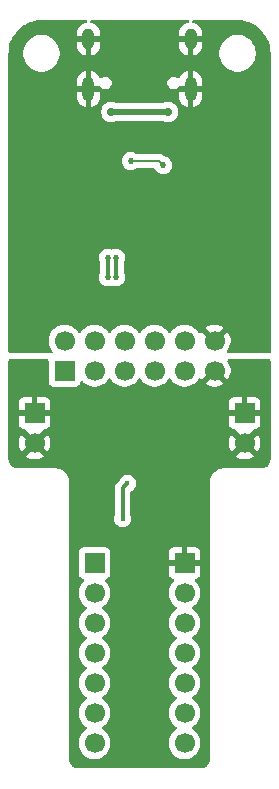
<source format=gbl>
%TF.GenerationSoftware,KiCad,Pcbnew,9.0.1*%
%TF.CreationDate,2025-04-18T18:53:21-04:00*%
%TF.ProjectId,attinyx14_dev,61747469-6e79-4783-9134-5f6465762e6b,rev?*%
%TF.SameCoordinates,Original*%
%TF.FileFunction,Copper,L2,Bot*%
%TF.FilePolarity,Positive*%
%FSLAX46Y46*%
G04 Gerber Fmt 4.6, Leading zero omitted, Abs format (unit mm)*
G04 Created by KiCad (PCBNEW 9.0.1) date 2025-04-18 18:53:21*
%MOMM*%
%LPD*%
G01*
G04 APERTURE LIST*
%TA.AperFunction,ComponentPad*%
%ADD10R,1.700000X1.700000*%
%TD*%
%TA.AperFunction,ComponentPad*%
%ADD11C,1.700000*%
%TD*%
%TA.AperFunction,ComponentPad*%
%ADD12O,1.000000X2.100000*%
%TD*%
%TA.AperFunction,ComponentPad*%
%ADD13O,1.000000X1.800000*%
%TD*%
%TA.AperFunction,ViaPad*%
%ADD14C,0.720000*%
%TD*%
%TA.AperFunction,ViaPad*%
%ADD15C,0.800000*%
%TD*%
%TA.AperFunction,ViaPad*%
%ADD16C,0.520000*%
%TD*%
%TA.AperFunction,ViaPad*%
%ADD17C,0.450000*%
%TD*%
%TA.AperFunction,Conductor*%
%ADD18C,0.300000*%
%TD*%
%TA.AperFunction,Conductor*%
%ADD19C,0.500000*%
%TD*%
%TA.AperFunction,Conductor*%
%ADD20C,0.200000*%
%TD*%
G04 APERTURE END LIST*
D10*
%TO.P,J4,1,Pin_1*%
%TO.N,+5VA*%
X5955000Y-30875000D03*
D11*
%TO.P,J4,2,Pin_2*%
%TO.N,+5V*%
X5955000Y-28335000D03*
%TO.P,J4,3,Pin_3*%
%TO.N,/PB3*%
X8495000Y-30875000D03*
%TO.P,J4,4,Pin_4*%
%TO.N,/TX*%
X8495000Y-28335000D03*
%TO.P,J4,5,Pin_5*%
%TO.N,/PB2*%
X11035000Y-30875000D03*
%TO.P,J4,6,Pin_6*%
%TO.N,/RX*%
X11035000Y-28335000D03*
%TO.P,J4,7,Pin_7*%
%TO.N,/PA0*%
X13575000Y-30875000D03*
%TO.P,J4,8,Pin_8*%
%TO.N,/UPDI*%
X13575000Y-28335000D03*
%TO.P,J4,9,Pin_9*%
%TO.N,/PA3*%
X16115000Y-30875000D03*
%TO.P,J4,10,Pin_10*%
%TO.N,/LED*%
X16115000Y-28335000D03*
%TO.P,J4,11,Pin_11*%
%TO.N,GND1*%
X18655000Y-30875000D03*
%TO.P,J4,12,Pin_12*%
%TO.N,GND*%
X18655000Y-28335000D03*
%TD*%
D12*
%TO.P,J1,S1,SHIELD*%
%TO.N,GND*%
X16620000Y-7025000D03*
D13*
X16620000Y-2825000D03*
D12*
X7980000Y-7025000D03*
D13*
X7980000Y-2825000D03*
%TD*%
D10*
%TO.P,J3,1,Pin_1*%
%TO.N,GND1*%
X16110000Y-47160000D03*
D11*
%TO.P,J3,2,Pin_2*%
%TO.N,/PA3*%
X16110000Y-49700000D03*
%TO.P,J3,3,Pin_3*%
%TO.N,/PA2*%
X16110000Y-52240000D03*
%TO.P,J3,4,Pin_4*%
%TO.N,/PA1*%
X16110000Y-54780000D03*
%TO.P,J3,5,Pin_5*%
%TO.N,/PA0*%
X16110000Y-57320000D03*
%TO.P,J3,6,Pin_6*%
%TO.N,/PB0*%
X16110000Y-59860000D03*
%TO.P,J3,7,Pin_7*%
%TO.N,/PB1*%
X16110000Y-62400000D03*
%TD*%
D10*
%TO.P,J6,1,Pin_1*%
%TO.N,GND1*%
X21190000Y-34460000D03*
D11*
%TO.P,J6,2,Pin_2*%
X21190000Y-37000000D03*
%TD*%
D10*
%TO.P,J2,1,Pin_1*%
%TO.N,+5VA*%
X8490000Y-47160000D03*
D11*
%TO.P,J2,2,Pin_2*%
%TO.N,/PA4*%
X8490000Y-49700000D03*
%TO.P,J2,3,Pin_3*%
%TO.N,/PA5*%
X8490000Y-52240000D03*
%TO.P,J2,4,Pin_4*%
%TO.N,/PA6*%
X8490000Y-54780000D03*
%TO.P,J2,5,Pin_5*%
%TO.N,/PA7*%
X8490000Y-57320000D03*
%TO.P,J2,6,Pin_6*%
%TO.N,/PB3*%
X8490000Y-59860000D03*
%TO.P,J2,7,Pin_7*%
%TO.N,/PB2*%
X8490000Y-62400000D03*
%TD*%
D10*
%TO.P,J5,1,Pin_1*%
%TO.N,GND1*%
X3410000Y-34460000D03*
D11*
%TO.P,J5,2,Pin_2*%
X3410000Y-37000000D03*
%TD*%
D14*
%TO.N,GND*%
X13650000Y-22880000D03*
D15*
X12310000Y-17437500D03*
X11310000Y-17437500D03*
D14*
X5230000Y-15300000D03*
X8600000Y-8870000D03*
X5230000Y-13580000D03*
X19420000Y-21050000D03*
X3200000Y-10690000D03*
X15500000Y-13020000D03*
D15*
X13310000Y-17437500D03*
D14*
X15500000Y-14740000D03*
X15510000Y-11320000D03*
X16000000Y-8870000D03*
%TO.N,GND1*%
X7370000Y-37700000D03*
X16460000Y-35000000D03*
D16*
%TO.N,/TX*%
X9610000Y-22970000D03*
X9610000Y-21310000D03*
%TO.N,/RX*%
X10310000Y-21310000D03*
X10310000Y-22970000D03*
D14*
%TO.N,Net-(F1-Pad1)*%
X9910000Y-8960000D03*
X14700000Y-8960000D03*
D16*
%TO.N,/UD+*%
X11540205Y-13109795D03*
X14310000Y-13480000D03*
D17*
%TO.N,/PA4*%
X11282035Y-40410000D03*
X10865000Y-43400000D03*
%TD*%
D18*
%TO.N,/TX*%
X9610000Y-21310000D02*
X9610000Y-22970000D01*
%TO.N,/RX*%
X10310000Y-21310000D02*
X10310000Y-22970000D01*
D19*
%TO.N,Net-(F1-Pad1)*%
X9910000Y-8960000D02*
X14700000Y-8960000D01*
D20*
%TO.N,/UD+*%
X11540205Y-13109795D02*
X13939795Y-13109795D01*
X13939795Y-13109795D02*
X14310000Y-13480000D01*
D18*
%TO.N,/PA4*%
X10865000Y-43400000D02*
X10865000Y-40815000D01*
X10865000Y-40815000D02*
X11270000Y-40410000D01*
X11270000Y-40410000D02*
X11282035Y-40410000D01*
%TD*%
%TA.AperFunction,Conductor*%
%TO.N,GND*%
G36*
X7818196Y-1220184D02*
G01*
X7863951Y-1272988D01*
X7873895Y-1342146D01*
X7844870Y-1405702D01*
X7786092Y-1443476D01*
X7775348Y-1446116D01*
X7688318Y-1463427D01*
X7688306Y-1463430D01*
X7506328Y-1538807D01*
X7506315Y-1538814D01*
X7342537Y-1648248D01*
X7342533Y-1648251D01*
X7203251Y-1787533D01*
X7203248Y-1787537D01*
X7093814Y-1951315D01*
X7093807Y-1951328D01*
X7018430Y-2133306D01*
X7018427Y-2133318D01*
X6980000Y-2326504D01*
X6980000Y-2575000D01*
X7680000Y-2575000D01*
X7680000Y-3075000D01*
X6980000Y-3075000D01*
X6980000Y-3323495D01*
X7018427Y-3516681D01*
X7018430Y-3516693D01*
X7093807Y-3698671D01*
X7093814Y-3698684D01*
X7203248Y-3862462D01*
X7203251Y-3862466D01*
X7342533Y-4001748D01*
X7342537Y-4001751D01*
X7506315Y-4111185D01*
X7506328Y-4111192D01*
X7688308Y-4186569D01*
X7730000Y-4194862D01*
X7730000Y-3391988D01*
X7739940Y-3409205D01*
X7795795Y-3465060D01*
X7864204Y-3504556D01*
X7940504Y-3525000D01*
X8019496Y-3525000D01*
X8095796Y-3504556D01*
X8164205Y-3465060D01*
X8220060Y-3409205D01*
X8230000Y-3391988D01*
X8230000Y-4194862D01*
X8271690Y-4186569D01*
X8271692Y-4186569D01*
X8453671Y-4111192D01*
X8453684Y-4111185D01*
X8617462Y-4001751D01*
X8617466Y-4001748D01*
X8756748Y-3862466D01*
X8756751Y-3862462D01*
X8866185Y-3698684D01*
X8866192Y-3698671D01*
X8941569Y-3516693D01*
X8941572Y-3516681D01*
X8979999Y-3323495D01*
X8980000Y-3323492D01*
X8980000Y-3075000D01*
X8280000Y-3075000D01*
X8280000Y-2575000D01*
X8980000Y-2575000D01*
X8980000Y-2326508D01*
X8979999Y-2326504D01*
X8941572Y-2133318D01*
X8941569Y-2133306D01*
X8866192Y-1951328D01*
X8866185Y-1951315D01*
X8756751Y-1787537D01*
X8756748Y-1787533D01*
X8617466Y-1648251D01*
X8617462Y-1648248D01*
X8453684Y-1538814D01*
X8453671Y-1538807D01*
X8271693Y-1463430D01*
X8271681Y-1463427D01*
X8184652Y-1446116D01*
X8122741Y-1413732D01*
X8088167Y-1353016D01*
X8091906Y-1283246D01*
X8132772Y-1226574D01*
X8197790Y-1200993D01*
X8208843Y-1200499D01*
X16391157Y-1200499D01*
X16458196Y-1220184D01*
X16503951Y-1272988D01*
X16513895Y-1342146D01*
X16484870Y-1405702D01*
X16426092Y-1443476D01*
X16415348Y-1446116D01*
X16328318Y-1463427D01*
X16328306Y-1463430D01*
X16146328Y-1538807D01*
X16146315Y-1538814D01*
X15982537Y-1648248D01*
X15982533Y-1648251D01*
X15843251Y-1787533D01*
X15843248Y-1787537D01*
X15733814Y-1951315D01*
X15733807Y-1951328D01*
X15658430Y-2133306D01*
X15658427Y-2133318D01*
X15620000Y-2326504D01*
X15620000Y-2575000D01*
X16320000Y-2575000D01*
X16320000Y-3075000D01*
X15620000Y-3075000D01*
X15620000Y-3323495D01*
X15658427Y-3516681D01*
X15658430Y-3516693D01*
X15733807Y-3698671D01*
X15733814Y-3698684D01*
X15843248Y-3862462D01*
X15843251Y-3862466D01*
X15982533Y-4001748D01*
X15982537Y-4001751D01*
X16146315Y-4111185D01*
X16146328Y-4111192D01*
X16328308Y-4186569D01*
X16370000Y-4194862D01*
X16370000Y-3391988D01*
X16379940Y-3409205D01*
X16435795Y-3465060D01*
X16504204Y-3504556D01*
X16580504Y-3525000D01*
X16659496Y-3525000D01*
X16735796Y-3504556D01*
X16804205Y-3465060D01*
X16860060Y-3409205D01*
X16870000Y-3391988D01*
X16870000Y-4194862D01*
X16911690Y-4186569D01*
X16911692Y-4186569D01*
X17093671Y-4111192D01*
X17093684Y-4111185D01*
X17257462Y-4001751D01*
X17257466Y-4001748D01*
X17381241Y-3877973D01*
X19049500Y-3877973D01*
X19049500Y-4122026D01*
X19087678Y-4363072D01*
X19163097Y-4595187D01*
X19273896Y-4812642D01*
X19417339Y-5010076D01*
X19417343Y-5010081D01*
X19589918Y-5182656D01*
X19589923Y-5182660D01*
X19762136Y-5307779D01*
X19787361Y-5326106D01*
X20004815Y-5436904D01*
X20236924Y-5512321D01*
X20477973Y-5550500D01*
X20477974Y-5550500D01*
X20722026Y-5550500D01*
X20722027Y-5550500D01*
X20963076Y-5512321D01*
X21195185Y-5436904D01*
X21412639Y-5326106D01*
X21610083Y-5182655D01*
X21782655Y-5010083D01*
X21926106Y-4812639D01*
X22036904Y-4595185D01*
X22112321Y-4363076D01*
X22150500Y-4122027D01*
X22150500Y-3877973D01*
X22112321Y-3636924D01*
X22036904Y-3404815D01*
X21926106Y-3187361D01*
X21860109Y-3096523D01*
X21782660Y-2989923D01*
X21782656Y-2989918D01*
X21610081Y-2817343D01*
X21610076Y-2817339D01*
X21412642Y-2673896D01*
X21412641Y-2673895D01*
X21412639Y-2673894D01*
X21195185Y-2563096D01*
X20963076Y-2487679D01*
X20963074Y-2487678D01*
X20963072Y-2487678D01*
X20794769Y-2461021D01*
X20722027Y-2449500D01*
X20477973Y-2449500D01*
X20422093Y-2458350D01*
X20236927Y-2487678D01*
X20004812Y-2563097D01*
X19787357Y-2673896D01*
X19589923Y-2817339D01*
X19589918Y-2817343D01*
X19417343Y-2989918D01*
X19417339Y-2989923D01*
X19273896Y-3187357D01*
X19163097Y-3404812D01*
X19087678Y-3636927D01*
X19049500Y-3877973D01*
X17381241Y-3877973D01*
X17396748Y-3862466D01*
X17396751Y-3862462D01*
X17435675Y-3804210D01*
X17506185Y-3698684D01*
X17506192Y-3698671D01*
X17581569Y-3516693D01*
X17581572Y-3516681D01*
X17619999Y-3323495D01*
X17620000Y-3323492D01*
X17620000Y-3075000D01*
X16920000Y-3075000D01*
X16920000Y-2575000D01*
X17620000Y-2575000D01*
X17620000Y-2326508D01*
X17619999Y-2326504D01*
X17581572Y-2133318D01*
X17581569Y-2133306D01*
X17506192Y-1951328D01*
X17506185Y-1951315D01*
X17396751Y-1787537D01*
X17396748Y-1787533D01*
X17257466Y-1648251D01*
X17257462Y-1648248D01*
X17093684Y-1538814D01*
X17093671Y-1538807D01*
X16911693Y-1463430D01*
X16911681Y-1463427D01*
X16824652Y-1446116D01*
X16762741Y-1413732D01*
X16728167Y-1353016D01*
X16731906Y-1283246D01*
X16772772Y-1226574D01*
X16837790Y-1200993D01*
X16848843Y-1200499D01*
X20535453Y-1200499D01*
X20560117Y-1200499D01*
X20560118Y-1200500D01*
X20596521Y-1200500D01*
X20603472Y-1200695D01*
X20610280Y-1201077D01*
X20906503Y-1217713D01*
X20920301Y-1219267D01*
X21216080Y-1269522D01*
X21229636Y-1272616D01*
X21517927Y-1355672D01*
X21531051Y-1360265D01*
X21808222Y-1475072D01*
X21820744Y-1481101D01*
X21925154Y-1538807D01*
X22083328Y-1626227D01*
X22095102Y-1633625D01*
X22115716Y-1648251D01*
X22339789Y-1807239D01*
X22350657Y-1815907D01*
X22574352Y-2015815D01*
X22584184Y-2025647D01*
X22784092Y-2249342D01*
X22792763Y-2260214D01*
X22966374Y-2504897D01*
X22973772Y-2516671D01*
X23118894Y-2779248D01*
X23124927Y-2791777D01*
X23239734Y-3068948D01*
X23244327Y-3082072D01*
X23327383Y-3370363D01*
X23330477Y-3383920D01*
X23380730Y-3679689D01*
X23382287Y-3693507D01*
X23399304Y-3996525D01*
X23399499Y-4003478D01*
X23399499Y-29276000D01*
X23379814Y-29343039D01*
X23327010Y-29388794D01*
X23275499Y-29400000D01*
X19793288Y-29400000D01*
X19726249Y-29380315D01*
X19680494Y-29327511D01*
X19670550Y-29258353D01*
X19692970Y-29203115D01*
X19809620Y-29042557D01*
X19906095Y-28853217D01*
X19971757Y-28651130D01*
X19971757Y-28651127D01*
X20005000Y-28441246D01*
X20005000Y-28228753D01*
X19971757Y-28018872D01*
X19971757Y-28018869D01*
X19906095Y-27816782D01*
X19809624Y-27627449D01*
X19770270Y-27573282D01*
X19770269Y-27573282D01*
X19137962Y-28205589D01*
X19120925Y-28142007D01*
X19055099Y-28027993D01*
X18962007Y-27934901D01*
X18847993Y-27869075D01*
X18784409Y-27852037D01*
X19416716Y-27219728D01*
X19362550Y-27180375D01*
X19173217Y-27083904D01*
X18971129Y-27018242D01*
X18761246Y-26985000D01*
X18548754Y-26985000D01*
X18338872Y-27018242D01*
X18338869Y-27018242D01*
X18136782Y-27083904D01*
X17947439Y-27180380D01*
X17893282Y-27219727D01*
X17893282Y-27219728D01*
X18525591Y-27852037D01*
X18462007Y-27869075D01*
X18347993Y-27934901D01*
X18254901Y-28027993D01*
X18189075Y-28142007D01*
X18172037Y-28205591D01*
X17539728Y-27573282D01*
X17539727Y-27573282D01*
X17500380Y-27627440D01*
X17500376Y-27627446D01*
X17495760Y-27636505D01*
X17447781Y-27687297D01*
X17379959Y-27704087D01*
X17313826Y-27681543D01*
X17274794Y-27636493D01*
X17270051Y-27627184D01*
X17270049Y-27627181D01*
X17270048Y-27627179D01*
X17145109Y-27455213D01*
X16994786Y-27304890D01*
X16822820Y-27179951D01*
X16633414Y-27083444D01*
X16633413Y-27083443D01*
X16633412Y-27083443D01*
X16431243Y-27017754D01*
X16431241Y-27017753D01*
X16431240Y-27017753D01*
X16269957Y-26992208D01*
X16221287Y-26984500D01*
X16008713Y-26984500D01*
X15960042Y-26992208D01*
X15798760Y-27017753D01*
X15596585Y-27083444D01*
X15407179Y-27179951D01*
X15235213Y-27304890D01*
X15084890Y-27455213D01*
X14959949Y-27627182D01*
X14955484Y-27635946D01*
X14907509Y-27686742D01*
X14839688Y-27703536D01*
X14773553Y-27680998D01*
X14734516Y-27635946D01*
X14730050Y-27627182D01*
X14605109Y-27455213D01*
X14454786Y-27304890D01*
X14282820Y-27179951D01*
X14093414Y-27083444D01*
X14093413Y-27083443D01*
X14093412Y-27083443D01*
X13891243Y-27017754D01*
X13891241Y-27017753D01*
X13891240Y-27017753D01*
X13729957Y-26992208D01*
X13681287Y-26984500D01*
X13468713Y-26984500D01*
X13420042Y-26992208D01*
X13258760Y-27017753D01*
X13056585Y-27083444D01*
X12867179Y-27179951D01*
X12695213Y-27304890D01*
X12544890Y-27455213D01*
X12419949Y-27627182D01*
X12415484Y-27635946D01*
X12367509Y-27686742D01*
X12299688Y-27703536D01*
X12233553Y-27680998D01*
X12194516Y-27635946D01*
X12190050Y-27627182D01*
X12065109Y-27455213D01*
X11914786Y-27304890D01*
X11742820Y-27179951D01*
X11553414Y-27083444D01*
X11553413Y-27083443D01*
X11553412Y-27083443D01*
X11351243Y-27017754D01*
X11351241Y-27017753D01*
X11351240Y-27017753D01*
X11189957Y-26992208D01*
X11141287Y-26984500D01*
X10928713Y-26984500D01*
X10880042Y-26992208D01*
X10718760Y-27017753D01*
X10516585Y-27083444D01*
X10327179Y-27179951D01*
X10155213Y-27304890D01*
X10004890Y-27455213D01*
X9879949Y-27627182D01*
X9875484Y-27635946D01*
X9827509Y-27686742D01*
X9759688Y-27703536D01*
X9693553Y-27680998D01*
X9654516Y-27635946D01*
X9650050Y-27627182D01*
X9525109Y-27455213D01*
X9374786Y-27304890D01*
X9202820Y-27179951D01*
X9013414Y-27083444D01*
X9013413Y-27083443D01*
X9013412Y-27083443D01*
X8811243Y-27017754D01*
X8811241Y-27017753D01*
X8811240Y-27017753D01*
X8649957Y-26992208D01*
X8601287Y-26984500D01*
X8388713Y-26984500D01*
X8340042Y-26992208D01*
X8178760Y-27017753D01*
X7976585Y-27083444D01*
X7787179Y-27179951D01*
X7615213Y-27304890D01*
X7464890Y-27455213D01*
X7339949Y-27627182D01*
X7335484Y-27635946D01*
X7287509Y-27686742D01*
X7219688Y-27703536D01*
X7153553Y-27680998D01*
X7114516Y-27635946D01*
X7110050Y-27627182D01*
X6985109Y-27455213D01*
X6834786Y-27304890D01*
X6662820Y-27179951D01*
X6473414Y-27083444D01*
X6473413Y-27083443D01*
X6473412Y-27083443D01*
X6271243Y-27017754D01*
X6271241Y-27017753D01*
X6271240Y-27017753D01*
X6109957Y-26992208D01*
X6061287Y-26984500D01*
X5848713Y-26984500D01*
X5800042Y-26992208D01*
X5638760Y-27017753D01*
X5436585Y-27083444D01*
X5247179Y-27179951D01*
X5075213Y-27304890D01*
X4924890Y-27455213D01*
X4799951Y-27627179D01*
X4703444Y-27816585D01*
X4637753Y-28018760D01*
X4604500Y-28228713D01*
X4604500Y-28441286D01*
X4637753Y-28651239D01*
X4703444Y-28853414D01*
X4799951Y-29042820D01*
X4916411Y-29203115D01*
X4939891Y-29268922D01*
X4924065Y-29336975D01*
X4873959Y-29385670D01*
X4816093Y-29400000D01*
X1324501Y-29400000D01*
X1257462Y-29380315D01*
X1211707Y-29327511D01*
X1200501Y-29276000D01*
X1200501Y-21235092D01*
X8849500Y-21235092D01*
X8849500Y-21384907D01*
X8878723Y-21531822D01*
X8878725Y-21531830D01*
X8936052Y-21670230D01*
X8936053Y-21670233D01*
X8938597Y-21674039D01*
X8959480Y-21740715D01*
X8959500Y-21742937D01*
X8959500Y-22537061D01*
X8939815Y-22604100D01*
X8938603Y-22605951D01*
X8936055Y-22609763D01*
X8936051Y-22609770D01*
X8878725Y-22748169D01*
X8878723Y-22748177D01*
X8849500Y-22895092D01*
X8849500Y-23044907D01*
X8878723Y-23191822D01*
X8878725Y-23191830D01*
X8936051Y-23330229D01*
X8936056Y-23330238D01*
X9019280Y-23454790D01*
X9019283Y-23454794D01*
X9125205Y-23560716D01*
X9125209Y-23560719D01*
X9249761Y-23643943D01*
X9249767Y-23643946D01*
X9249768Y-23643947D01*
X9388170Y-23701275D01*
X9535092Y-23730499D01*
X9535096Y-23730500D01*
X9535097Y-23730500D01*
X9684904Y-23730500D01*
X9684905Y-23730499D01*
X9831830Y-23701275D01*
X9912549Y-23667839D01*
X9982016Y-23660371D01*
X10007444Y-23667837D01*
X10088170Y-23701275D01*
X10235092Y-23730499D01*
X10235096Y-23730500D01*
X10235097Y-23730500D01*
X10384904Y-23730500D01*
X10384905Y-23730499D01*
X10531830Y-23701275D01*
X10670232Y-23643947D01*
X10794791Y-23560719D01*
X10900719Y-23454791D01*
X10983947Y-23330232D01*
X11041275Y-23191830D01*
X11070500Y-23044903D01*
X11070500Y-22895097D01*
X11041275Y-22748170D01*
X10983947Y-22609768D01*
X10981397Y-22605951D01*
X10960520Y-22539273D01*
X10960500Y-22537061D01*
X10960500Y-21742937D01*
X10980185Y-21675898D01*
X10981403Y-21674039D01*
X10983946Y-21670233D01*
X10983945Y-21670233D01*
X10983947Y-21670232D01*
X11041275Y-21531830D01*
X11070500Y-21384903D01*
X11070500Y-21235097D01*
X11041275Y-21088170D01*
X10983947Y-20949768D01*
X10983946Y-20949767D01*
X10983943Y-20949761D01*
X10900719Y-20825209D01*
X10900716Y-20825205D01*
X10794794Y-20719283D01*
X10794790Y-20719280D01*
X10670238Y-20636056D01*
X10670229Y-20636051D01*
X10531830Y-20578725D01*
X10531822Y-20578723D01*
X10384907Y-20549500D01*
X10384903Y-20549500D01*
X10235097Y-20549500D01*
X10235092Y-20549500D01*
X10088178Y-20578723D01*
X10088166Y-20578726D01*
X10007452Y-20612159D01*
X9937983Y-20619628D01*
X9912548Y-20612159D01*
X9831833Y-20578726D01*
X9831831Y-20578725D01*
X9831830Y-20578725D01*
X9831825Y-20578724D01*
X9831821Y-20578723D01*
X9684907Y-20549500D01*
X9684903Y-20549500D01*
X9535097Y-20549500D01*
X9535092Y-20549500D01*
X9388177Y-20578723D01*
X9388169Y-20578725D01*
X9249770Y-20636051D01*
X9249761Y-20636056D01*
X9125209Y-20719280D01*
X9125205Y-20719283D01*
X9019283Y-20825205D01*
X9019280Y-20825209D01*
X8936056Y-20949761D01*
X8936051Y-20949770D01*
X8878725Y-21088169D01*
X8878723Y-21088177D01*
X8849500Y-21235092D01*
X1200501Y-21235092D01*
X1200501Y-21229005D01*
X1200500Y-13034887D01*
X10779705Y-13034887D01*
X10779705Y-13184702D01*
X10808928Y-13331617D01*
X10808930Y-13331625D01*
X10866256Y-13470024D01*
X10866261Y-13470033D01*
X10949485Y-13594585D01*
X10949488Y-13594589D01*
X11055410Y-13700511D01*
X11055414Y-13700514D01*
X11179966Y-13783738D01*
X11179972Y-13783741D01*
X11179973Y-13783742D01*
X11318375Y-13841070D01*
X11465297Y-13870294D01*
X11465301Y-13870295D01*
X11465302Y-13870295D01*
X11615109Y-13870295D01*
X11615110Y-13870294D01*
X11762035Y-13841070D01*
X11900437Y-13783742D01*
X11979082Y-13731193D01*
X12045759Y-13710315D01*
X12047973Y-13710295D01*
X13499377Y-13710295D01*
X13566416Y-13729980D01*
X13612171Y-13782784D01*
X13613938Y-13786842D01*
X13636051Y-13840230D01*
X13719280Y-13964791D01*
X13825205Y-14070716D01*
X13825209Y-14070719D01*
X13949761Y-14153943D01*
X13949767Y-14153946D01*
X13949768Y-14153947D01*
X14088170Y-14211275D01*
X14235092Y-14240499D01*
X14235096Y-14240500D01*
X14235097Y-14240500D01*
X14384904Y-14240500D01*
X14384905Y-14240499D01*
X14531830Y-14211275D01*
X14670232Y-14153947D01*
X14794791Y-14070719D01*
X14900719Y-13964791D01*
X14983947Y-13840232D01*
X15041275Y-13701830D01*
X15070500Y-13554903D01*
X15070500Y-13405097D01*
X15041275Y-13258170D01*
X14983947Y-13119768D01*
X14983946Y-13119767D01*
X14983943Y-13119761D01*
X14900719Y-12995209D01*
X14900716Y-12995205D01*
X14794794Y-12889283D01*
X14794790Y-12889280D01*
X14670238Y-12806056D01*
X14670229Y-12806051D01*
X14531830Y-12748725D01*
X14531822Y-12748723D01*
X14439062Y-12730272D01*
X14427736Y-12725161D01*
X14418902Y-12724452D01*
X14402326Y-12713696D01*
X14388075Y-12707266D01*
X14381455Y-12702219D01*
X14308511Y-12629275D01*
X14221699Y-12579155D01*
X14171580Y-12550218D01*
X14018852Y-12509294D01*
X13860738Y-12509294D01*
X13853142Y-12509294D01*
X13853126Y-12509295D01*
X12047973Y-12509295D01*
X11980934Y-12489610D01*
X11979082Y-12488397D01*
X11900442Y-12435851D01*
X11900434Y-12435846D01*
X11762035Y-12378520D01*
X11762027Y-12378518D01*
X11615112Y-12349295D01*
X11615108Y-12349295D01*
X11465302Y-12349295D01*
X11465297Y-12349295D01*
X11318382Y-12378518D01*
X11318374Y-12378520D01*
X11179975Y-12435846D01*
X11179966Y-12435851D01*
X11055414Y-12519075D01*
X11055410Y-12519078D01*
X10949488Y-12625000D01*
X10949485Y-12625004D01*
X10866261Y-12749556D01*
X10866256Y-12749565D01*
X10808930Y-12887964D01*
X10808928Y-12887972D01*
X10779705Y-13034887D01*
X1200500Y-13034887D01*
X1200500Y-13028800D01*
X1200500Y-8875243D01*
X9049500Y-8875243D01*
X9049500Y-9044756D01*
X9082566Y-9210991D01*
X9082569Y-9211003D01*
X9147431Y-9367595D01*
X9147432Y-9367597D01*
X9241605Y-9508536D01*
X9241608Y-9508540D01*
X9361459Y-9628391D01*
X9361463Y-9628394D01*
X9502400Y-9722566D01*
X9502401Y-9722566D01*
X9502402Y-9722567D01*
X9502404Y-9722568D01*
X9658996Y-9787430D01*
X9659001Y-9787432D01*
X9825243Y-9820499D01*
X9825247Y-9820500D01*
X9825248Y-9820500D01*
X9994753Y-9820500D01*
X9994754Y-9820499D01*
X10160999Y-9787432D01*
X10220097Y-9762952D01*
X10323229Y-9720235D01*
X10324086Y-9722305D01*
X10371235Y-9710500D01*
X14238765Y-9710500D01*
X14285913Y-9722305D01*
X14286771Y-9720235D01*
X14448996Y-9787430D01*
X14449001Y-9787432D01*
X14615243Y-9820499D01*
X14615247Y-9820500D01*
X14615248Y-9820500D01*
X14784753Y-9820500D01*
X14784754Y-9820499D01*
X14950999Y-9787432D01*
X15107600Y-9722566D01*
X15248537Y-9628394D01*
X15368394Y-9508537D01*
X15462566Y-9367600D01*
X15527432Y-9210999D01*
X15560500Y-9044752D01*
X15560500Y-8875248D01*
X15527432Y-8709001D01*
X15462566Y-8552400D01*
X15368394Y-8411463D01*
X15368391Y-8411459D01*
X15248540Y-8291608D01*
X15248536Y-8291605D01*
X15107597Y-8197432D01*
X15107595Y-8197431D01*
X14951003Y-8132569D01*
X14950991Y-8132566D01*
X14784756Y-8099500D01*
X14784752Y-8099500D01*
X14615248Y-8099500D01*
X14615243Y-8099500D01*
X14449008Y-8132566D01*
X14448996Y-8132569D01*
X14286771Y-8199765D01*
X14285913Y-8197694D01*
X14238765Y-8209500D01*
X10371235Y-8209500D01*
X10324086Y-8197694D01*
X10323229Y-8199765D01*
X10161003Y-8132569D01*
X10160991Y-8132566D01*
X9994756Y-8099500D01*
X9994752Y-8099500D01*
X9825248Y-8099500D01*
X9825243Y-8099500D01*
X9659008Y-8132566D01*
X9658996Y-8132569D01*
X9502404Y-8197431D01*
X9502402Y-8197432D01*
X9361463Y-8291605D01*
X9361459Y-8291608D01*
X9241608Y-8411459D01*
X9241605Y-8411463D01*
X9147432Y-8552402D01*
X9147431Y-8552404D01*
X9082569Y-8708996D01*
X9082566Y-8709008D01*
X9049500Y-8875243D01*
X1200500Y-8875243D01*
X1200500Y-6376504D01*
X6980000Y-6376504D01*
X6980000Y-6775000D01*
X7680000Y-6775000D01*
X7680000Y-7275000D01*
X6980000Y-7275000D01*
X6980000Y-7673495D01*
X7018427Y-7866681D01*
X7018430Y-7866693D01*
X7093807Y-8048671D01*
X7093814Y-8048684D01*
X7203248Y-8212462D01*
X7203251Y-8212466D01*
X7342533Y-8351748D01*
X7342537Y-8351751D01*
X7506315Y-8461185D01*
X7506328Y-8461192D01*
X7688308Y-8536569D01*
X7730000Y-8544862D01*
X7730000Y-7741988D01*
X7739940Y-7759205D01*
X7795795Y-7815060D01*
X7864204Y-7854556D01*
X7940504Y-7875000D01*
X8019496Y-7875000D01*
X8095796Y-7854556D01*
X8164205Y-7815060D01*
X8220060Y-7759205D01*
X8230000Y-7741988D01*
X8230000Y-8544862D01*
X8271690Y-8536569D01*
X8271692Y-8536569D01*
X8453671Y-8461192D01*
X8453684Y-8461185D01*
X8617462Y-8351751D01*
X8617466Y-8351748D01*
X8756748Y-8212466D01*
X8756751Y-8212462D01*
X8866185Y-8048684D01*
X8866192Y-8048671D01*
X8941569Y-7866693D01*
X8941572Y-7866681D01*
X8979999Y-7673495D01*
X8980000Y-7673492D01*
X8980000Y-7275000D01*
X8280000Y-7275000D01*
X8280000Y-6775000D01*
X8887934Y-6775000D01*
X8954973Y-6794685D01*
X8986309Y-6823513D01*
X8989494Y-6827664D01*
X8989495Y-6827665D01*
X9087335Y-6925505D01*
X9207164Y-6994688D01*
X9340817Y-7030500D01*
X9340819Y-7030500D01*
X9479181Y-7030500D01*
X9479183Y-7030500D01*
X9612836Y-6994688D01*
X9732665Y-6925505D01*
X9830505Y-6827665D01*
X9899688Y-6707836D01*
X9935500Y-6574183D01*
X9935500Y-6435817D01*
X14664500Y-6435817D01*
X14664500Y-6574182D01*
X14700312Y-6707835D01*
X14700313Y-6707838D01*
X14769492Y-6827661D01*
X14769494Y-6827664D01*
X14769495Y-6827665D01*
X14867335Y-6925505D01*
X14987164Y-6994688D01*
X15120817Y-7030500D01*
X15120819Y-7030500D01*
X15259181Y-7030500D01*
X15259183Y-7030500D01*
X15392836Y-6994688D01*
X15512665Y-6925505D01*
X15610505Y-6827665D01*
X15610507Y-6827660D01*
X15613691Y-6823513D01*
X15670119Y-6782311D01*
X15712066Y-6775000D01*
X16320000Y-6775000D01*
X16320000Y-7275000D01*
X15620000Y-7275000D01*
X15620000Y-7673495D01*
X15658427Y-7866681D01*
X15658430Y-7866693D01*
X15733807Y-8048671D01*
X15733814Y-8048684D01*
X15843248Y-8212462D01*
X15843251Y-8212466D01*
X15982533Y-8351748D01*
X15982537Y-8351751D01*
X16146315Y-8461185D01*
X16146328Y-8461192D01*
X16328308Y-8536569D01*
X16370000Y-8544862D01*
X16370000Y-7741988D01*
X16379940Y-7759205D01*
X16435795Y-7815060D01*
X16504204Y-7854556D01*
X16580504Y-7875000D01*
X16659496Y-7875000D01*
X16735796Y-7854556D01*
X16804205Y-7815060D01*
X16860060Y-7759205D01*
X16870000Y-7741988D01*
X16870000Y-8544862D01*
X16911690Y-8536569D01*
X16911692Y-8536569D01*
X17093671Y-8461192D01*
X17093684Y-8461185D01*
X17257462Y-8351751D01*
X17257466Y-8351748D01*
X17396748Y-8212466D01*
X17396751Y-8212462D01*
X17506185Y-8048684D01*
X17506192Y-8048671D01*
X17581569Y-7866693D01*
X17581572Y-7866681D01*
X17619999Y-7673495D01*
X17620000Y-7673492D01*
X17620000Y-7275000D01*
X16920000Y-7275000D01*
X16920000Y-6775000D01*
X17620000Y-6775000D01*
X17620000Y-6376508D01*
X17619999Y-6376504D01*
X17581572Y-6183318D01*
X17581569Y-6183306D01*
X17506192Y-6001328D01*
X17506185Y-6001315D01*
X17396751Y-5837537D01*
X17396748Y-5837533D01*
X17257466Y-5698251D01*
X17257462Y-5698248D01*
X17093684Y-5588814D01*
X17093671Y-5588807D01*
X16911691Y-5513429D01*
X16911683Y-5513427D01*
X16870000Y-5505135D01*
X16870000Y-6308011D01*
X16860060Y-6290795D01*
X16804205Y-6234940D01*
X16735796Y-6195444D01*
X16659496Y-6175000D01*
X16580504Y-6175000D01*
X16504204Y-6195444D01*
X16435795Y-6234940D01*
X16379940Y-6290795D01*
X16370000Y-6308011D01*
X16370000Y-5505136D01*
X16369999Y-5505135D01*
X16328316Y-5513427D01*
X16328308Y-5513429D01*
X16146328Y-5588807D01*
X16146315Y-5588814D01*
X15982537Y-5698248D01*
X15982533Y-5698251D01*
X15843251Y-5837533D01*
X15843248Y-5837537D01*
X15733814Y-6001315D01*
X15733808Y-6001327D01*
X15715694Y-6045057D01*
X15671852Y-6099459D01*
X15605558Y-6121523D01*
X15537859Y-6104243D01*
X15513453Y-6085283D01*
X15512666Y-6084496D01*
X15512661Y-6084492D01*
X15392838Y-6015313D01*
X15392837Y-6015312D01*
X15392836Y-6015312D01*
X15259183Y-5979500D01*
X15120817Y-5979500D01*
X14987164Y-6015312D01*
X14987161Y-6015313D01*
X14867338Y-6084492D01*
X14867333Y-6084496D01*
X14769496Y-6182333D01*
X14769492Y-6182338D01*
X14700313Y-6302161D01*
X14700312Y-6302164D01*
X14664500Y-6435817D01*
X9935500Y-6435817D01*
X9899688Y-6302164D01*
X9860876Y-6234940D01*
X9830507Y-6182338D01*
X9830503Y-6182333D01*
X9732666Y-6084496D01*
X9732661Y-6084492D01*
X9612838Y-6015313D01*
X9612837Y-6015312D01*
X9612836Y-6015312D01*
X9479183Y-5979500D01*
X9340817Y-5979500D01*
X9207164Y-6015312D01*
X9207161Y-6015313D01*
X9087338Y-6084492D01*
X9087334Y-6084495D01*
X9086540Y-6085290D01*
X9085706Y-6085745D01*
X9080890Y-6089441D01*
X9080313Y-6088689D01*
X9025214Y-6118770D01*
X8955523Y-6113780D01*
X8899592Y-6071905D01*
X8884304Y-6045055D01*
X8866190Y-6001324D01*
X8866185Y-6001315D01*
X8756751Y-5837537D01*
X8756748Y-5837533D01*
X8617466Y-5698251D01*
X8617462Y-5698248D01*
X8453684Y-5588814D01*
X8453671Y-5588807D01*
X8271691Y-5513429D01*
X8271683Y-5513427D01*
X8230000Y-5505135D01*
X8230000Y-6308011D01*
X8220060Y-6290795D01*
X8164205Y-6234940D01*
X8095796Y-6195444D01*
X8019496Y-6175000D01*
X7940504Y-6175000D01*
X7864204Y-6195444D01*
X7795795Y-6234940D01*
X7739940Y-6290795D01*
X7730000Y-6308011D01*
X7730000Y-5505136D01*
X7729999Y-5505135D01*
X7688316Y-5513427D01*
X7688308Y-5513429D01*
X7506328Y-5588807D01*
X7506315Y-5588814D01*
X7342537Y-5698248D01*
X7342533Y-5698251D01*
X7203251Y-5837533D01*
X7203248Y-5837537D01*
X7093814Y-6001315D01*
X7093807Y-6001328D01*
X7018430Y-6183306D01*
X7018427Y-6183318D01*
X6980000Y-6376504D01*
X1200500Y-6376504D01*
X1200500Y-4003479D01*
X1200695Y-3996526D01*
X1207353Y-3877973D01*
X2449500Y-3877973D01*
X2449500Y-4122026D01*
X2487678Y-4363072D01*
X2563097Y-4595187D01*
X2673896Y-4812642D01*
X2817339Y-5010076D01*
X2817343Y-5010081D01*
X2989918Y-5182656D01*
X2989923Y-5182660D01*
X3162136Y-5307779D01*
X3187361Y-5326106D01*
X3404815Y-5436904D01*
X3636924Y-5512321D01*
X3877973Y-5550500D01*
X3877974Y-5550500D01*
X4122026Y-5550500D01*
X4122027Y-5550500D01*
X4363076Y-5512321D01*
X4595185Y-5436904D01*
X4812639Y-5326106D01*
X5010083Y-5182655D01*
X5182655Y-5010083D01*
X5326106Y-4812639D01*
X5436904Y-4595185D01*
X5512321Y-4363076D01*
X5550500Y-4122027D01*
X5550500Y-3877973D01*
X5512321Y-3636924D01*
X5436904Y-3404815D01*
X5326106Y-3187361D01*
X5260109Y-3096523D01*
X5182660Y-2989922D01*
X5010081Y-2817343D01*
X5010076Y-2817339D01*
X4812642Y-2673896D01*
X4812641Y-2673895D01*
X4812639Y-2673894D01*
X4595185Y-2563096D01*
X4363076Y-2487679D01*
X4363074Y-2487678D01*
X4363072Y-2487678D01*
X4194769Y-2461021D01*
X4122027Y-2449500D01*
X3877973Y-2449500D01*
X3822093Y-2458350D01*
X3636927Y-2487678D01*
X3404812Y-2563097D01*
X3187357Y-2673896D01*
X2989923Y-2817339D01*
X2989918Y-2817343D01*
X2817343Y-2989918D01*
X2817339Y-2989923D01*
X2673896Y-3187357D01*
X2563097Y-3404812D01*
X2487678Y-3636927D01*
X2449500Y-3877973D01*
X1207353Y-3877973D01*
X1208017Y-3866148D01*
X1208017Y-3866147D01*
X1208224Y-3862462D01*
X1217713Y-3693496D01*
X1219267Y-3679700D01*
X1269523Y-3383915D01*
X1272616Y-3370363D01*
X1281135Y-3340796D01*
X1355673Y-3082068D01*
X1360265Y-3068948D01*
X1450347Y-2851469D01*
X1475075Y-2791768D01*
X1481097Y-2779262D01*
X1626230Y-2516665D01*
X1633625Y-2504897D01*
X1645842Y-2487679D01*
X1807245Y-2260201D01*
X1815896Y-2249354D01*
X2015816Y-2025645D01*
X2025647Y-2015815D01*
X2249354Y-1815896D01*
X2260201Y-1807245D01*
X2504902Y-1633621D01*
X2516665Y-1626230D01*
X2779262Y-1481097D01*
X2791768Y-1475075D01*
X3068948Y-1360265D01*
X3082068Y-1355673D01*
X3370369Y-1272614D01*
X3383915Y-1269523D01*
X3679700Y-1219267D01*
X3693496Y-1217713D01*
X3879933Y-1207242D01*
X3996552Y-1200694D01*
X4003504Y-1200499D01*
X7751157Y-1200499D01*
X7818196Y-1220184D01*
G37*
%TD.AperFunction*%
%TD*%
%TA.AperFunction,Conductor*%
%TO.N,GND1*%
G36*
X4547539Y-29919685D02*
G01*
X4593294Y-29972489D01*
X4604500Y-30024000D01*
X4604500Y-31772870D01*
X4604501Y-31772876D01*
X4610908Y-31832483D01*
X4661202Y-31967328D01*
X4661206Y-31967335D01*
X4747452Y-32082544D01*
X4747455Y-32082547D01*
X4862664Y-32168793D01*
X4862671Y-32168797D01*
X4997517Y-32219091D01*
X4997516Y-32219091D01*
X5004444Y-32219835D01*
X5057127Y-32225500D01*
X6852872Y-32225499D01*
X6912483Y-32219091D01*
X7047331Y-32168796D01*
X7162546Y-32082546D01*
X7248796Y-31967331D01*
X7297810Y-31835916D01*
X7339681Y-31779984D01*
X7405145Y-31755566D01*
X7473418Y-31770417D01*
X7501673Y-31791569D01*
X7615213Y-31905109D01*
X7787179Y-32030048D01*
X7787181Y-32030049D01*
X7787184Y-32030051D01*
X7976588Y-32126557D01*
X8178757Y-32192246D01*
X8388713Y-32225500D01*
X8388714Y-32225500D01*
X8601286Y-32225500D01*
X8601287Y-32225500D01*
X8811243Y-32192246D01*
X9013412Y-32126557D01*
X9202816Y-32030051D01*
X9289138Y-31967335D01*
X9374786Y-31905109D01*
X9374788Y-31905106D01*
X9374792Y-31905104D01*
X9525104Y-31754792D01*
X9525106Y-31754788D01*
X9525109Y-31754786D01*
X9650048Y-31582820D01*
X9650047Y-31582820D01*
X9650051Y-31582816D01*
X9654514Y-31574054D01*
X9702488Y-31523259D01*
X9770308Y-31506463D01*
X9836444Y-31528999D01*
X9875486Y-31574056D01*
X9879951Y-31582820D01*
X10004890Y-31754786D01*
X10155213Y-31905109D01*
X10327179Y-32030048D01*
X10327181Y-32030049D01*
X10327184Y-32030051D01*
X10516588Y-32126557D01*
X10718757Y-32192246D01*
X10928713Y-32225500D01*
X10928714Y-32225500D01*
X11141286Y-32225500D01*
X11141287Y-32225500D01*
X11351243Y-32192246D01*
X11553412Y-32126557D01*
X11742816Y-32030051D01*
X11829138Y-31967335D01*
X11914786Y-31905109D01*
X11914788Y-31905106D01*
X11914792Y-31905104D01*
X12065104Y-31754792D01*
X12065106Y-31754788D01*
X12065109Y-31754786D01*
X12190048Y-31582820D01*
X12190047Y-31582820D01*
X12190051Y-31582816D01*
X12194514Y-31574054D01*
X12242488Y-31523259D01*
X12310308Y-31506463D01*
X12376444Y-31528999D01*
X12415486Y-31574056D01*
X12419951Y-31582820D01*
X12544890Y-31754786D01*
X12695213Y-31905109D01*
X12867179Y-32030048D01*
X12867181Y-32030049D01*
X12867184Y-32030051D01*
X13056588Y-32126557D01*
X13258757Y-32192246D01*
X13468713Y-32225500D01*
X13468714Y-32225500D01*
X13681286Y-32225500D01*
X13681287Y-32225500D01*
X13891243Y-32192246D01*
X14093412Y-32126557D01*
X14282816Y-32030051D01*
X14369138Y-31967335D01*
X14454786Y-31905109D01*
X14454788Y-31905106D01*
X14454792Y-31905104D01*
X14605104Y-31754792D01*
X14605106Y-31754788D01*
X14605109Y-31754786D01*
X14730048Y-31582820D01*
X14730047Y-31582820D01*
X14730051Y-31582816D01*
X14734514Y-31574054D01*
X14782488Y-31523259D01*
X14850308Y-31506463D01*
X14916444Y-31528999D01*
X14955486Y-31574056D01*
X14959951Y-31582820D01*
X15084890Y-31754786D01*
X15235213Y-31905109D01*
X15407179Y-32030048D01*
X15407181Y-32030049D01*
X15407184Y-32030051D01*
X15596588Y-32126557D01*
X15798757Y-32192246D01*
X16008713Y-32225500D01*
X16008714Y-32225500D01*
X16221286Y-32225500D01*
X16221287Y-32225500D01*
X16431243Y-32192246D01*
X16633412Y-32126557D01*
X16822816Y-32030051D01*
X16909138Y-31967335D01*
X16994786Y-31905109D01*
X16994788Y-31905106D01*
X16994792Y-31905104D01*
X17145104Y-31754792D01*
X17145106Y-31754788D01*
X17145109Y-31754786D01*
X17230890Y-31636717D01*
X17270051Y-31582816D01*
X17274793Y-31573508D01*
X17322763Y-31522711D01*
X17390583Y-31505911D01*
X17456719Y-31528445D01*
X17495763Y-31573500D01*
X17500373Y-31582547D01*
X17539728Y-31636716D01*
X18172036Y-31004407D01*
X18189075Y-31067993D01*
X18254901Y-31182007D01*
X18347993Y-31275099D01*
X18462007Y-31340925D01*
X18525590Y-31357962D01*
X17893282Y-31990269D01*
X17893282Y-31990270D01*
X17947449Y-32029624D01*
X18136782Y-32126095D01*
X18338870Y-32191757D01*
X18548754Y-32225000D01*
X18761246Y-32225000D01*
X18971127Y-32191757D01*
X18971130Y-32191757D01*
X19173217Y-32126095D01*
X19362554Y-32029622D01*
X19416716Y-31990270D01*
X19416717Y-31990270D01*
X18784408Y-31357962D01*
X18847993Y-31340925D01*
X18962007Y-31275099D01*
X19055099Y-31182007D01*
X19120925Y-31067993D01*
X19137962Y-31004409D01*
X19770270Y-31636717D01*
X19770270Y-31636716D01*
X19809622Y-31582554D01*
X19906095Y-31393217D01*
X19971757Y-31191130D01*
X19971757Y-31191127D01*
X20005000Y-30981246D01*
X20005000Y-30768753D01*
X19971757Y-30558872D01*
X19971757Y-30558869D01*
X19906095Y-30356782D01*
X19809620Y-30167442D01*
X19758358Y-30096885D01*
X19734878Y-30031079D01*
X19750703Y-29963025D01*
X19800809Y-29914330D01*
X19858676Y-29900000D01*
X23275499Y-29900000D01*
X23342538Y-29919685D01*
X23388293Y-29972489D01*
X23399499Y-30024000D01*
X23399499Y-38323907D01*
X23398902Y-38336060D01*
X23398902Y-38336061D01*
X23385334Y-38473818D01*
X23380592Y-38497659D01*
X23342185Y-38624270D01*
X23332882Y-38646729D01*
X23270516Y-38763406D01*
X23257011Y-38783617D01*
X23173078Y-38885890D01*
X23155890Y-38903078D01*
X23053619Y-38987010D01*
X23033408Y-39000515D01*
X22916727Y-39062883D01*
X22894268Y-39072186D01*
X22767660Y-39110592D01*
X22743819Y-39115334D01*
X22606062Y-39128902D01*
X22593908Y-39129499D01*
X22560119Y-39129499D01*
X22560118Y-39129499D01*
X19410117Y-39129501D01*
X19355518Y-39129501D01*
X19293306Y-39139354D01*
X19168880Y-39159062D01*
X18989170Y-39217452D01*
X18989167Y-39217453D01*
X18820797Y-39303244D01*
X18667933Y-39414305D01*
X18667928Y-39414309D01*
X18534308Y-39547929D01*
X18534304Y-39547934D01*
X18423243Y-39700798D01*
X18337455Y-39869166D01*
X18279060Y-40048886D01*
X18249501Y-40235513D01*
X18249501Y-40290118D01*
X18249500Y-63710117D01*
X18249500Y-63743907D01*
X18248903Y-63756060D01*
X18248903Y-63756061D01*
X18235335Y-63893819D01*
X18230593Y-63917661D01*
X18192186Y-64044271D01*
X18182883Y-64066728D01*
X18120517Y-64183406D01*
X18107012Y-64203618D01*
X18023079Y-64305891D01*
X18005891Y-64323079D01*
X17903618Y-64407012D01*
X17883406Y-64420517D01*
X17766728Y-64482883D01*
X17744271Y-64492186D01*
X17617661Y-64530593D01*
X17593819Y-64535335D01*
X17456062Y-64548903D01*
X17443908Y-64549500D01*
X7156092Y-64549500D01*
X7143938Y-64548903D01*
X7006180Y-64535335D01*
X6982340Y-64530593D01*
X6855728Y-64492186D01*
X6833271Y-64482883D01*
X6716593Y-64420517D01*
X6696381Y-64407012D01*
X6594108Y-64323079D01*
X6576920Y-64305891D01*
X6492986Y-64203616D01*
X6479482Y-64183406D01*
X6417116Y-64066728D01*
X6407815Y-64044277D01*
X6369404Y-63917652D01*
X6364665Y-63893824D01*
X6351097Y-63756060D01*
X6350500Y-63743907D01*
X6350500Y-63685456D01*
X6350499Y-63685450D01*
X6350499Y-46262135D01*
X7139500Y-46262135D01*
X7139500Y-48057870D01*
X7139501Y-48057876D01*
X7145908Y-48117483D01*
X7196202Y-48252328D01*
X7196206Y-48252335D01*
X7282452Y-48367544D01*
X7282455Y-48367547D01*
X7397664Y-48453793D01*
X7397671Y-48453797D01*
X7529082Y-48502810D01*
X7585016Y-48544681D01*
X7609433Y-48610145D01*
X7594582Y-48678418D01*
X7573431Y-48706673D01*
X7459889Y-48820215D01*
X7334951Y-48992179D01*
X7238444Y-49181585D01*
X7172753Y-49383760D01*
X7139500Y-49593713D01*
X7139500Y-49806286D01*
X7172753Y-50016239D01*
X7238444Y-50218414D01*
X7334951Y-50407820D01*
X7459890Y-50579786D01*
X7610213Y-50730109D01*
X7782182Y-50855050D01*
X7790946Y-50859516D01*
X7841742Y-50907491D01*
X7858536Y-50975312D01*
X7835998Y-51041447D01*
X7790946Y-51080484D01*
X7782182Y-51084949D01*
X7610213Y-51209890D01*
X7459890Y-51360213D01*
X7334951Y-51532179D01*
X7238444Y-51721585D01*
X7172753Y-51923760D01*
X7139500Y-52133713D01*
X7139500Y-52346286D01*
X7172753Y-52556239D01*
X7238444Y-52758414D01*
X7334951Y-52947820D01*
X7459890Y-53119786D01*
X7610213Y-53270109D01*
X7782182Y-53395050D01*
X7790946Y-53399516D01*
X7841742Y-53447491D01*
X7858536Y-53515312D01*
X7835998Y-53581447D01*
X7790946Y-53620484D01*
X7782182Y-53624949D01*
X7610213Y-53749890D01*
X7459890Y-53900213D01*
X7334951Y-54072179D01*
X7238444Y-54261585D01*
X7172753Y-54463760D01*
X7139500Y-54673713D01*
X7139500Y-54886286D01*
X7172753Y-55096239D01*
X7238444Y-55298414D01*
X7334951Y-55487820D01*
X7459890Y-55659786D01*
X7610213Y-55810109D01*
X7782182Y-55935050D01*
X7790946Y-55939516D01*
X7841742Y-55987491D01*
X7858536Y-56055312D01*
X7835998Y-56121447D01*
X7790946Y-56160484D01*
X7782182Y-56164949D01*
X7610213Y-56289890D01*
X7459890Y-56440213D01*
X7334951Y-56612179D01*
X7238444Y-56801585D01*
X7172753Y-57003760D01*
X7139500Y-57213713D01*
X7139500Y-57426286D01*
X7172753Y-57636239D01*
X7238444Y-57838414D01*
X7334951Y-58027820D01*
X7459890Y-58199786D01*
X7610213Y-58350109D01*
X7782182Y-58475050D01*
X7790946Y-58479516D01*
X7841742Y-58527491D01*
X7858536Y-58595312D01*
X7835998Y-58661447D01*
X7790946Y-58700484D01*
X7782182Y-58704949D01*
X7610213Y-58829890D01*
X7459890Y-58980213D01*
X7334951Y-59152179D01*
X7238444Y-59341585D01*
X7172753Y-59543760D01*
X7139500Y-59753713D01*
X7139500Y-59966286D01*
X7172753Y-60176239D01*
X7238444Y-60378414D01*
X7334951Y-60567820D01*
X7459890Y-60739786D01*
X7610213Y-60890109D01*
X7782182Y-61015050D01*
X7790946Y-61019516D01*
X7841742Y-61067491D01*
X7858536Y-61135312D01*
X7835998Y-61201447D01*
X7790946Y-61240484D01*
X7782182Y-61244949D01*
X7610213Y-61369890D01*
X7459890Y-61520213D01*
X7334951Y-61692179D01*
X7238444Y-61881585D01*
X7172753Y-62083760D01*
X7139500Y-62293713D01*
X7139500Y-62506286D01*
X7172753Y-62716239D01*
X7238444Y-62918414D01*
X7334951Y-63107820D01*
X7459890Y-63279786D01*
X7610213Y-63430109D01*
X7782179Y-63555048D01*
X7782181Y-63555049D01*
X7782184Y-63555051D01*
X7971588Y-63651557D01*
X8173757Y-63717246D01*
X8383713Y-63750500D01*
X8383714Y-63750500D01*
X8596286Y-63750500D01*
X8596287Y-63750500D01*
X8806243Y-63717246D01*
X9008412Y-63651557D01*
X9197816Y-63555051D01*
X9219789Y-63539086D01*
X9369786Y-63430109D01*
X9369788Y-63430106D01*
X9369792Y-63430104D01*
X9520104Y-63279792D01*
X9520106Y-63279788D01*
X9520109Y-63279786D01*
X9645048Y-63107820D01*
X9645047Y-63107820D01*
X9645051Y-63107816D01*
X9741557Y-62918412D01*
X9807246Y-62716243D01*
X9840500Y-62506287D01*
X9840500Y-62293713D01*
X9807246Y-62083757D01*
X9741557Y-61881588D01*
X9645051Y-61692184D01*
X9645049Y-61692181D01*
X9645048Y-61692179D01*
X9520109Y-61520213D01*
X9369786Y-61369890D01*
X9197820Y-61244951D01*
X9197115Y-61244591D01*
X9189054Y-61240485D01*
X9138259Y-61192512D01*
X9121463Y-61124692D01*
X9143999Y-61058556D01*
X9189054Y-61019515D01*
X9197816Y-61015051D01*
X9219789Y-60999086D01*
X9369786Y-60890109D01*
X9369788Y-60890106D01*
X9369792Y-60890104D01*
X9520104Y-60739792D01*
X9520106Y-60739788D01*
X9520109Y-60739786D01*
X9645048Y-60567820D01*
X9645047Y-60567820D01*
X9645051Y-60567816D01*
X9741557Y-60378412D01*
X9807246Y-60176243D01*
X9840500Y-59966287D01*
X9840500Y-59753713D01*
X9807246Y-59543757D01*
X9741557Y-59341588D01*
X9645051Y-59152184D01*
X9645049Y-59152181D01*
X9645048Y-59152179D01*
X9520109Y-58980213D01*
X9369786Y-58829890D01*
X9197820Y-58704951D01*
X9197115Y-58704591D01*
X9189054Y-58700485D01*
X9138259Y-58652512D01*
X9121463Y-58584692D01*
X9143999Y-58518556D01*
X9189054Y-58479515D01*
X9197816Y-58475051D01*
X9219789Y-58459086D01*
X9369786Y-58350109D01*
X9369788Y-58350106D01*
X9369792Y-58350104D01*
X9520104Y-58199792D01*
X9520106Y-58199788D01*
X9520109Y-58199786D01*
X9645048Y-58027820D01*
X9645047Y-58027820D01*
X9645051Y-58027816D01*
X9741557Y-57838412D01*
X9807246Y-57636243D01*
X9840500Y-57426287D01*
X9840500Y-57213713D01*
X9807246Y-57003757D01*
X9741557Y-56801588D01*
X9645051Y-56612184D01*
X9645049Y-56612181D01*
X9645048Y-56612179D01*
X9520109Y-56440213D01*
X9369786Y-56289890D01*
X9197820Y-56164951D01*
X9197115Y-56164591D01*
X9189054Y-56160485D01*
X9138259Y-56112512D01*
X9121463Y-56044692D01*
X9143999Y-55978556D01*
X9189054Y-55939515D01*
X9197816Y-55935051D01*
X9219789Y-55919086D01*
X9369786Y-55810109D01*
X9369788Y-55810106D01*
X9369792Y-55810104D01*
X9520104Y-55659792D01*
X9520106Y-55659788D01*
X9520109Y-55659786D01*
X9645048Y-55487820D01*
X9645047Y-55487820D01*
X9645051Y-55487816D01*
X9741557Y-55298412D01*
X9807246Y-55096243D01*
X9840500Y-54886287D01*
X9840500Y-54673713D01*
X9807246Y-54463757D01*
X9741557Y-54261588D01*
X9645051Y-54072184D01*
X9645049Y-54072181D01*
X9645048Y-54072179D01*
X9520109Y-53900213D01*
X9369786Y-53749890D01*
X9197820Y-53624951D01*
X9197115Y-53624591D01*
X9189054Y-53620485D01*
X9138259Y-53572512D01*
X9121463Y-53504692D01*
X9143999Y-53438556D01*
X9189054Y-53399515D01*
X9197816Y-53395051D01*
X9219789Y-53379086D01*
X9369786Y-53270109D01*
X9369788Y-53270106D01*
X9369792Y-53270104D01*
X9520104Y-53119792D01*
X9520106Y-53119788D01*
X9520109Y-53119786D01*
X9645048Y-52947820D01*
X9645047Y-52947820D01*
X9645051Y-52947816D01*
X9741557Y-52758412D01*
X9807246Y-52556243D01*
X9840500Y-52346287D01*
X9840500Y-52133713D01*
X9807246Y-51923757D01*
X9741557Y-51721588D01*
X9645051Y-51532184D01*
X9645049Y-51532181D01*
X9645048Y-51532179D01*
X9520109Y-51360213D01*
X9369786Y-51209890D01*
X9197820Y-51084951D01*
X9197115Y-51084591D01*
X9189054Y-51080485D01*
X9138259Y-51032512D01*
X9121463Y-50964692D01*
X9143999Y-50898556D01*
X9189054Y-50859515D01*
X9197816Y-50855051D01*
X9219789Y-50839086D01*
X9369786Y-50730109D01*
X9369788Y-50730106D01*
X9369792Y-50730104D01*
X9520104Y-50579792D01*
X9520106Y-50579788D01*
X9520109Y-50579786D01*
X9645048Y-50407820D01*
X9645047Y-50407820D01*
X9645051Y-50407816D01*
X9741557Y-50218412D01*
X9807246Y-50016243D01*
X9840500Y-49806287D01*
X9840500Y-49593713D01*
X14759500Y-49593713D01*
X14759500Y-49806286D01*
X14792753Y-50016239D01*
X14858444Y-50218414D01*
X14954951Y-50407820D01*
X15079890Y-50579786D01*
X15230213Y-50730109D01*
X15402182Y-50855050D01*
X15410946Y-50859516D01*
X15461742Y-50907491D01*
X15478536Y-50975312D01*
X15455998Y-51041447D01*
X15410946Y-51080484D01*
X15402182Y-51084949D01*
X15230213Y-51209890D01*
X15079890Y-51360213D01*
X14954951Y-51532179D01*
X14858444Y-51721585D01*
X14792753Y-51923760D01*
X14759500Y-52133713D01*
X14759500Y-52346286D01*
X14792753Y-52556239D01*
X14858444Y-52758414D01*
X14954951Y-52947820D01*
X15079890Y-53119786D01*
X15230213Y-53270109D01*
X15402182Y-53395050D01*
X15410946Y-53399516D01*
X15461742Y-53447491D01*
X15478536Y-53515312D01*
X15455998Y-53581447D01*
X15410946Y-53620484D01*
X15402182Y-53624949D01*
X15230213Y-53749890D01*
X15079890Y-53900213D01*
X14954951Y-54072179D01*
X14858444Y-54261585D01*
X14792753Y-54463760D01*
X14759500Y-54673713D01*
X14759500Y-54886286D01*
X14792753Y-55096239D01*
X14858444Y-55298414D01*
X14954951Y-55487820D01*
X15079890Y-55659786D01*
X15230213Y-55810109D01*
X15402182Y-55935050D01*
X15410946Y-55939516D01*
X15461742Y-55987491D01*
X15478536Y-56055312D01*
X15455998Y-56121447D01*
X15410946Y-56160484D01*
X15402182Y-56164949D01*
X15230213Y-56289890D01*
X15079890Y-56440213D01*
X14954951Y-56612179D01*
X14858444Y-56801585D01*
X14792753Y-57003760D01*
X14759500Y-57213713D01*
X14759500Y-57426286D01*
X14792753Y-57636239D01*
X14858444Y-57838414D01*
X14954951Y-58027820D01*
X15079890Y-58199786D01*
X15230213Y-58350109D01*
X15402182Y-58475050D01*
X15410946Y-58479516D01*
X15461742Y-58527491D01*
X15478536Y-58595312D01*
X15455998Y-58661447D01*
X15410946Y-58700484D01*
X15402182Y-58704949D01*
X15230213Y-58829890D01*
X15079890Y-58980213D01*
X14954951Y-59152179D01*
X14858444Y-59341585D01*
X14792753Y-59543760D01*
X14759500Y-59753713D01*
X14759500Y-59966286D01*
X14792753Y-60176239D01*
X14858444Y-60378414D01*
X14954951Y-60567820D01*
X15079890Y-60739786D01*
X15230213Y-60890109D01*
X15402182Y-61015050D01*
X15410946Y-61019516D01*
X15461742Y-61067491D01*
X15478536Y-61135312D01*
X15455998Y-61201447D01*
X15410946Y-61240484D01*
X15402182Y-61244949D01*
X15230213Y-61369890D01*
X15079890Y-61520213D01*
X14954951Y-61692179D01*
X14858444Y-61881585D01*
X14792753Y-62083760D01*
X14759500Y-62293713D01*
X14759500Y-62506286D01*
X14792753Y-62716239D01*
X14858444Y-62918414D01*
X14954951Y-63107820D01*
X15079890Y-63279786D01*
X15230213Y-63430109D01*
X15402179Y-63555048D01*
X15402181Y-63555049D01*
X15402184Y-63555051D01*
X15591588Y-63651557D01*
X15793757Y-63717246D01*
X16003713Y-63750500D01*
X16003714Y-63750500D01*
X16216286Y-63750500D01*
X16216287Y-63750500D01*
X16426243Y-63717246D01*
X16628412Y-63651557D01*
X16817816Y-63555051D01*
X16839789Y-63539086D01*
X16989786Y-63430109D01*
X16989788Y-63430106D01*
X16989792Y-63430104D01*
X17140104Y-63279792D01*
X17140106Y-63279788D01*
X17140109Y-63279786D01*
X17265048Y-63107820D01*
X17265047Y-63107820D01*
X17265051Y-63107816D01*
X17361557Y-62918412D01*
X17427246Y-62716243D01*
X17460500Y-62506287D01*
X17460500Y-62293713D01*
X17427246Y-62083757D01*
X17361557Y-61881588D01*
X17265051Y-61692184D01*
X17265049Y-61692181D01*
X17265048Y-61692179D01*
X17140109Y-61520213D01*
X16989786Y-61369890D01*
X16817820Y-61244951D01*
X16817115Y-61244591D01*
X16809054Y-61240485D01*
X16758259Y-61192512D01*
X16741463Y-61124692D01*
X16763999Y-61058556D01*
X16809054Y-61019515D01*
X16817816Y-61015051D01*
X16839789Y-60999086D01*
X16989786Y-60890109D01*
X16989788Y-60890106D01*
X16989792Y-60890104D01*
X17140104Y-60739792D01*
X17140106Y-60739788D01*
X17140109Y-60739786D01*
X17265048Y-60567820D01*
X17265047Y-60567820D01*
X17265051Y-60567816D01*
X17361557Y-60378412D01*
X17427246Y-60176243D01*
X17460500Y-59966287D01*
X17460500Y-59753713D01*
X17427246Y-59543757D01*
X17361557Y-59341588D01*
X17265051Y-59152184D01*
X17265049Y-59152181D01*
X17265048Y-59152179D01*
X17140109Y-58980213D01*
X16989786Y-58829890D01*
X16817820Y-58704951D01*
X16817115Y-58704591D01*
X16809054Y-58700485D01*
X16758259Y-58652512D01*
X16741463Y-58584692D01*
X16763999Y-58518556D01*
X16809054Y-58479515D01*
X16817816Y-58475051D01*
X16839789Y-58459086D01*
X16989786Y-58350109D01*
X16989788Y-58350106D01*
X16989792Y-58350104D01*
X17140104Y-58199792D01*
X17140106Y-58199788D01*
X17140109Y-58199786D01*
X17265048Y-58027820D01*
X17265047Y-58027820D01*
X17265051Y-58027816D01*
X17361557Y-57838412D01*
X17427246Y-57636243D01*
X17460500Y-57426287D01*
X17460500Y-57213713D01*
X17427246Y-57003757D01*
X17361557Y-56801588D01*
X17265051Y-56612184D01*
X17265049Y-56612181D01*
X17265048Y-56612179D01*
X17140109Y-56440213D01*
X16989786Y-56289890D01*
X16817820Y-56164951D01*
X16817115Y-56164591D01*
X16809054Y-56160485D01*
X16758259Y-56112512D01*
X16741463Y-56044692D01*
X16763999Y-55978556D01*
X16809054Y-55939515D01*
X16817816Y-55935051D01*
X16839789Y-55919086D01*
X16989786Y-55810109D01*
X16989788Y-55810106D01*
X16989792Y-55810104D01*
X17140104Y-55659792D01*
X17140106Y-55659788D01*
X17140109Y-55659786D01*
X17265048Y-55487820D01*
X17265047Y-55487820D01*
X17265051Y-55487816D01*
X17361557Y-55298412D01*
X17427246Y-55096243D01*
X17460500Y-54886287D01*
X17460500Y-54673713D01*
X17427246Y-54463757D01*
X17361557Y-54261588D01*
X17265051Y-54072184D01*
X17265049Y-54072181D01*
X17265048Y-54072179D01*
X17140109Y-53900213D01*
X16989786Y-53749890D01*
X16817820Y-53624951D01*
X16817115Y-53624591D01*
X16809054Y-53620485D01*
X16758259Y-53572512D01*
X16741463Y-53504692D01*
X16763999Y-53438556D01*
X16809054Y-53399515D01*
X16817816Y-53395051D01*
X16839789Y-53379086D01*
X16989786Y-53270109D01*
X16989788Y-53270106D01*
X16989792Y-53270104D01*
X17140104Y-53119792D01*
X17140106Y-53119788D01*
X17140109Y-53119786D01*
X17265048Y-52947820D01*
X17265047Y-52947820D01*
X17265051Y-52947816D01*
X17361557Y-52758412D01*
X17427246Y-52556243D01*
X17460500Y-52346287D01*
X17460500Y-52133713D01*
X17427246Y-51923757D01*
X17361557Y-51721588D01*
X17265051Y-51532184D01*
X17265049Y-51532181D01*
X17265048Y-51532179D01*
X17140109Y-51360213D01*
X16989786Y-51209890D01*
X16817820Y-51084951D01*
X16817115Y-51084591D01*
X16809054Y-51080485D01*
X16758259Y-51032512D01*
X16741463Y-50964692D01*
X16763999Y-50898556D01*
X16809054Y-50859515D01*
X16817816Y-50855051D01*
X16839789Y-50839086D01*
X16989786Y-50730109D01*
X16989788Y-50730106D01*
X16989792Y-50730104D01*
X17140104Y-50579792D01*
X17140106Y-50579788D01*
X17140109Y-50579786D01*
X17265048Y-50407820D01*
X17265047Y-50407820D01*
X17265051Y-50407816D01*
X17361557Y-50218412D01*
X17427246Y-50016243D01*
X17460500Y-49806287D01*
X17460500Y-49593713D01*
X17427246Y-49383757D01*
X17361557Y-49181588D01*
X17265051Y-48992184D01*
X17265049Y-48992181D01*
X17265048Y-48992179D01*
X17140109Y-48820213D01*
X17026181Y-48706285D01*
X16992696Y-48644962D01*
X16997680Y-48575270D01*
X17039552Y-48519337D01*
X17070529Y-48502422D01*
X17202086Y-48453354D01*
X17202093Y-48453350D01*
X17317187Y-48367190D01*
X17317190Y-48367187D01*
X17403350Y-48252093D01*
X17403354Y-48252086D01*
X17453596Y-48117379D01*
X17453598Y-48117372D01*
X17459999Y-48057844D01*
X17460000Y-48057827D01*
X17460000Y-47410000D01*
X16543012Y-47410000D01*
X16575925Y-47352993D01*
X16610000Y-47225826D01*
X16610000Y-47094174D01*
X16575925Y-46967007D01*
X16543012Y-46910000D01*
X17460000Y-46910000D01*
X17460000Y-46262172D01*
X17459999Y-46262155D01*
X17453598Y-46202627D01*
X17453596Y-46202620D01*
X17403354Y-46067913D01*
X17403350Y-46067906D01*
X17317190Y-45952812D01*
X17317187Y-45952809D01*
X17202093Y-45866649D01*
X17202086Y-45866645D01*
X17067379Y-45816403D01*
X17067372Y-45816401D01*
X17007844Y-45810000D01*
X16360000Y-45810000D01*
X16360000Y-46726988D01*
X16302993Y-46694075D01*
X16175826Y-46660000D01*
X16044174Y-46660000D01*
X15917007Y-46694075D01*
X15860000Y-46726988D01*
X15860000Y-45810000D01*
X15212155Y-45810000D01*
X15152627Y-45816401D01*
X15152620Y-45816403D01*
X15017913Y-45866645D01*
X15017906Y-45866649D01*
X14902812Y-45952809D01*
X14902809Y-45952812D01*
X14816649Y-46067906D01*
X14816645Y-46067913D01*
X14766403Y-46202620D01*
X14766401Y-46202627D01*
X14760000Y-46262155D01*
X14760000Y-46910000D01*
X15676988Y-46910000D01*
X15644075Y-46967007D01*
X15610000Y-47094174D01*
X15610000Y-47225826D01*
X15644075Y-47352993D01*
X15676988Y-47410000D01*
X14760000Y-47410000D01*
X14760000Y-48057844D01*
X14766401Y-48117372D01*
X14766403Y-48117379D01*
X14816645Y-48252086D01*
X14816649Y-48252093D01*
X14902809Y-48367187D01*
X14902812Y-48367190D01*
X15017906Y-48453350D01*
X15017913Y-48453354D01*
X15149470Y-48502422D01*
X15205404Y-48544293D01*
X15229821Y-48609758D01*
X15214969Y-48678031D01*
X15193819Y-48706285D01*
X15079889Y-48820215D01*
X14954951Y-48992179D01*
X14858444Y-49181585D01*
X14792753Y-49383760D01*
X14759500Y-49593713D01*
X9840500Y-49593713D01*
X9807246Y-49383757D01*
X9741557Y-49181588D01*
X9645051Y-48992184D01*
X9645049Y-48992181D01*
X9645048Y-48992179D01*
X9520109Y-48820213D01*
X9406569Y-48706673D01*
X9373084Y-48645350D01*
X9378068Y-48575658D01*
X9419940Y-48519725D01*
X9450915Y-48502810D01*
X9582331Y-48453796D01*
X9697546Y-48367546D01*
X9783796Y-48252331D01*
X9834091Y-48117483D01*
X9840500Y-48057873D01*
X9840499Y-46262128D01*
X9834091Y-46202517D01*
X9783884Y-46067906D01*
X9783797Y-46067671D01*
X9783793Y-46067664D01*
X9697547Y-45952455D01*
X9697544Y-45952452D01*
X9582335Y-45866206D01*
X9582328Y-45866202D01*
X9447482Y-45815908D01*
X9447483Y-45815908D01*
X9387883Y-45809501D01*
X9387881Y-45809500D01*
X9387873Y-45809500D01*
X9387864Y-45809500D01*
X7592129Y-45809500D01*
X7592123Y-45809501D01*
X7532516Y-45815908D01*
X7397671Y-45866202D01*
X7397664Y-45866206D01*
X7282455Y-45952452D01*
X7282452Y-45952455D01*
X7196206Y-46067664D01*
X7196202Y-46067671D01*
X7145908Y-46202517D01*
X7139501Y-46262116D01*
X7139501Y-46262123D01*
X7139500Y-46262135D01*
X6350499Y-46262135D01*
X6350499Y-43471457D01*
X10139499Y-43471457D01*
X10167379Y-43611614D01*
X10167381Y-43611620D01*
X10222069Y-43743650D01*
X10222074Y-43743659D01*
X10301467Y-43862478D01*
X10301470Y-43862482D01*
X10402517Y-43963529D01*
X10402521Y-43963532D01*
X10521340Y-44042925D01*
X10521346Y-44042928D01*
X10521347Y-44042929D01*
X10653380Y-44097619D01*
X10653384Y-44097619D01*
X10653385Y-44097620D01*
X10793542Y-44125500D01*
X10793545Y-44125500D01*
X10936457Y-44125500D01*
X11030751Y-44106742D01*
X11076620Y-44097619D01*
X11208653Y-44042929D01*
X11327479Y-43963532D01*
X11428532Y-43862479D01*
X11507929Y-43743653D01*
X11562619Y-43611620D01*
X11590500Y-43471455D01*
X11590500Y-43328545D01*
X11590500Y-43328542D01*
X11562620Y-43188385D01*
X11562619Y-43188384D01*
X11562619Y-43188380D01*
X11562617Y-43188375D01*
X11524939Y-43097410D01*
X11515500Y-43049958D01*
X11515500Y-41181424D01*
X11535185Y-41114385D01*
X11587989Y-41068630D01*
X11592019Y-41066874D01*
X11625688Y-41052929D01*
X11744514Y-40973532D01*
X11845567Y-40872479D01*
X11924964Y-40753653D01*
X11979654Y-40621620D01*
X12007535Y-40481455D01*
X12007535Y-40338545D01*
X12007535Y-40338542D01*
X11979655Y-40198385D01*
X11979654Y-40198384D01*
X11979654Y-40198380D01*
X11924964Y-40066347D01*
X11924963Y-40066346D01*
X11924960Y-40066340D01*
X11845567Y-39947521D01*
X11845564Y-39947517D01*
X11744517Y-39846470D01*
X11744513Y-39846467D01*
X11625694Y-39767074D01*
X11625685Y-39767069D01*
X11493655Y-39712381D01*
X11493649Y-39712379D01*
X11353492Y-39684500D01*
X11353490Y-39684500D01*
X11210580Y-39684500D01*
X11210578Y-39684500D01*
X11070420Y-39712379D01*
X11070414Y-39712381D01*
X10938384Y-39767069D01*
X10938375Y-39767074D01*
X10819556Y-39846467D01*
X10819552Y-39846470D01*
X10718505Y-39947517D01*
X10718502Y-39947521D01*
X10639109Y-40066340D01*
X10639101Y-40066355D01*
X10609934Y-40136770D01*
X10583056Y-40176997D01*
X10359723Y-40400331D01*
X10310455Y-40474068D01*
X10310453Y-40474070D01*
X10288539Y-40506864D01*
X10288533Y-40506875D01*
X10239499Y-40625255D01*
X10239497Y-40625261D01*
X10214500Y-40750928D01*
X10214500Y-43049958D01*
X10205061Y-43097410D01*
X10167382Y-43188375D01*
X10167379Y-43188385D01*
X10139500Y-43328542D01*
X10139500Y-43328545D01*
X10139500Y-43471455D01*
X10139500Y-43471457D01*
X10139499Y-43471457D01*
X6350499Y-43471457D01*
X6350499Y-40235513D01*
X6320939Y-40048886D01*
X6320939Y-40048883D01*
X6262546Y-39869169D01*
X6176759Y-39700802D01*
X6150923Y-39665241D01*
X6065695Y-39547934D01*
X6065691Y-39547929D01*
X5932071Y-39414309D01*
X5932066Y-39414305D01*
X5779202Y-39303244D01*
X5779201Y-39303243D01*
X5779199Y-39303242D01*
X5725259Y-39275758D01*
X5610832Y-39217453D01*
X5610829Y-39217452D01*
X5431119Y-39159062D01*
X5337800Y-39144281D01*
X5244482Y-39129501D01*
X5244481Y-39129501D01*
X5189883Y-39129501D01*
X2039881Y-39129499D01*
X2006092Y-39129499D01*
X1993938Y-39128902D01*
X1856180Y-39115334D01*
X1832339Y-39110592D01*
X1705731Y-39072186D01*
X1683272Y-39062883D01*
X1566591Y-39000515D01*
X1546380Y-38987010D01*
X1444109Y-38903078D01*
X1426921Y-38885890D01*
X1342988Y-38783617D01*
X1329483Y-38763406D01*
X1267114Y-38646721D01*
X1257814Y-38624270D01*
X1219405Y-38497653D01*
X1214666Y-38473823D01*
X1201098Y-38336060D01*
X1200501Y-38323907D01*
X1200501Y-38265456D01*
X1200500Y-38265450D01*
X1200500Y-33562155D01*
X2060000Y-33562155D01*
X2060000Y-34210000D01*
X2976988Y-34210000D01*
X2944075Y-34267007D01*
X2910000Y-34394174D01*
X2910000Y-34525826D01*
X2944075Y-34652993D01*
X2976988Y-34710000D01*
X2060000Y-34710000D01*
X2060000Y-35357844D01*
X2066401Y-35417372D01*
X2066403Y-35417379D01*
X2116645Y-35552086D01*
X2116649Y-35552093D01*
X2202809Y-35667187D01*
X2202812Y-35667190D01*
X2317906Y-35753350D01*
X2317913Y-35753354D01*
X2452620Y-35803596D01*
X2452619Y-35803596D01*
X2535444Y-35812501D01*
X2535116Y-35815550D01*
X2552014Y-35814642D01*
X2611196Y-35847642D01*
X3280591Y-36517037D01*
X3217007Y-36534075D01*
X3102993Y-36599901D01*
X3009901Y-36692993D01*
X2944075Y-36807007D01*
X2927037Y-36870591D01*
X2294728Y-36238282D01*
X2294727Y-36238282D01*
X2255380Y-36292439D01*
X2158904Y-36481782D01*
X2093242Y-36683869D01*
X2093242Y-36683872D01*
X2060000Y-36893753D01*
X2060000Y-37106246D01*
X2093242Y-37316127D01*
X2093242Y-37316130D01*
X2158904Y-37518217D01*
X2255375Y-37707550D01*
X2294728Y-37761716D01*
X2927037Y-37129408D01*
X2944075Y-37192993D01*
X3009901Y-37307007D01*
X3102993Y-37400099D01*
X3217007Y-37465925D01*
X3280590Y-37482962D01*
X2648282Y-38115269D01*
X2648282Y-38115270D01*
X2702449Y-38154624D01*
X2891782Y-38251095D01*
X3093870Y-38316757D01*
X3303754Y-38350000D01*
X3516246Y-38350000D01*
X3726127Y-38316757D01*
X3726130Y-38316757D01*
X3928217Y-38251095D01*
X4117554Y-38154622D01*
X4171716Y-38115270D01*
X4171717Y-38115270D01*
X3539408Y-37482962D01*
X3602993Y-37465925D01*
X3717007Y-37400099D01*
X3810099Y-37307007D01*
X3875925Y-37192993D01*
X3892962Y-37129409D01*
X4525270Y-37761717D01*
X4525270Y-37761716D01*
X4564622Y-37707554D01*
X4661095Y-37518217D01*
X4726757Y-37316130D01*
X4726757Y-37316127D01*
X4760000Y-37106246D01*
X4760000Y-36893753D01*
X4726757Y-36683872D01*
X4726757Y-36683869D01*
X4661095Y-36481782D01*
X4564624Y-36292449D01*
X4525270Y-36238282D01*
X4525269Y-36238282D01*
X3892962Y-36870590D01*
X3875925Y-36807007D01*
X3810099Y-36692993D01*
X3717007Y-36599901D01*
X3602993Y-36534075D01*
X3539409Y-36517037D01*
X4208802Y-35847642D01*
X4270125Y-35814157D01*
X4284833Y-35815078D01*
X4284556Y-35812501D01*
X4367375Y-35803598D01*
X4502086Y-35753354D01*
X4502093Y-35753350D01*
X4617187Y-35667190D01*
X4617190Y-35667187D01*
X4703350Y-35552093D01*
X4703354Y-35552086D01*
X4753596Y-35417379D01*
X4753598Y-35417372D01*
X4759999Y-35357844D01*
X4760000Y-35357827D01*
X4760000Y-34710000D01*
X3843012Y-34710000D01*
X3875925Y-34652993D01*
X3910000Y-34525826D01*
X3910000Y-34394174D01*
X3875925Y-34267007D01*
X3843012Y-34210000D01*
X4760000Y-34210000D01*
X4760000Y-33562172D01*
X4759999Y-33562155D01*
X19840000Y-33562155D01*
X19840000Y-34210000D01*
X20756988Y-34210000D01*
X20724075Y-34267007D01*
X20690000Y-34394174D01*
X20690000Y-34525826D01*
X20724075Y-34652993D01*
X20756988Y-34710000D01*
X19840000Y-34710000D01*
X19840000Y-35357844D01*
X19846401Y-35417372D01*
X19846403Y-35417379D01*
X19896645Y-35552086D01*
X19896649Y-35552093D01*
X19982809Y-35667187D01*
X19982812Y-35667190D01*
X20097906Y-35753350D01*
X20097913Y-35753354D01*
X20232620Y-35803596D01*
X20232619Y-35803596D01*
X20315444Y-35812501D01*
X20315116Y-35815550D01*
X20332014Y-35814642D01*
X20391196Y-35847642D01*
X21060591Y-36517037D01*
X20997007Y-36534075D01*
X20882993Y-36599901D01*
X20789901Y-36692993D01*
X20724075Y-36807007D01*
X20707037Y-36870591D01*
X20074728Y-36238282D01*
X20074727Y-36238282D01*
X20035380Y-36292439D01*
X19938904Y-36481782D01*
X19873242Y-36683869D01*
X19873242Y-36683872D01*
X19840000Y-36893753D01*
X19840000Y-37106246D01*
X19873242Y-37316127D01*
X19873242Y-37316130D01*
X19938904Y-37518217D01*
X20035375Y-37707550D01*
X20074728Y-37761716D01*
X20707037Y-37129408D01*
X20724075Y-37192993D01*
X20789901Y-37307007D01*
X20882993Y-37400099D01*
X20997007Y-37465925D01*
X21060590Y-37482962D01*
X20428282Y-38115269D01*
X20428282Y-38115270D01*
X20482449Y-38154624D01*
X20671782Y-38251095D01*
X20873870Y-38316757D01*
X21083754Y-38350000D01*
X21296246Y-38350000D01*
X21506127Y-38316757D01*
X21506130Y-38316757D01*
X21708217Y-38251095D01*
X21897554Y-38154622D01*
X21951716Y-38115270D01*
X21951717Y-38115270D01*
X21319408Y-37482962D01*
X21382993Y-37465925D01*
X21497007Y-37400099D01*
X21590099Y-37307007D01*
X21655925Y-37192993D01*
X21672962Y-37129408D01*
X22305270Y-37761717D01*
X22305270Y-37761716D01*
X22344622Y-37707554D01*
X22441095Y-37518217D01*
X22506757Y-37316130D01*
X22506757Y-37316127D01*
X22540000Y-37106246D01*
X22540000Y-36893753D01*
X22506757Y-36683872D01*
X22506757Y-36683869D01*
X22441095Y-36481782D01*
X22344624Y-36292449D01*
X22305270Y-36238282D01*
X22305269Y-36238282D01*
X21672962Y-36870590D01*
X21655925Y-36807007D01*
X21590099Y-36692993D01*
X21497007Y-36599901D01*
X21382993Y-36534075D01*
X21319409Y-36517037D01*
X21988802Y-35847642D01*
X22050125Y-35814157D01*
X22064833Y-35815078D01*
X22064556Y-35812501D01*
X22147375Y-35803598D01*
X22282086Y-35753354D01*
X22282093Y-35753350D01*
X22397187Y-35667190D01*
X22397190Y-35667187D01*
X22483350Y-35552093D01*
X22483354Y-35552086D01*
X22533596Y-35417379D01*
X22533598Y-35417372D01*
X22539999Y-35357844D01*
X22540000Y-35357827D01*
X22540000Y-34710000D01*
X21623012Y-34710000D01*
X21655925Y-34652993D01*
X21690000Y-34525826D01*
X21690000Y-34394174D01*
X21655925Y-34267007D01*
X21623012Y-34210000D01*
X22540000Y-34210000D01*
X22540000Y-33562172D01*
X22539999Y-33562155D01*
X22533598Y-33502627D01*
X22533596Y-33502620D01*
X22483354Y-33367913D01*
X22483350Y-33367906D01*
X22397190Y-33252812D01*
X22397187Y-33252809D01*
X22282093Y-33166649D01*
X22282086Y-33166645D01*
X22147379Y-33116403D01*
X22147372Y-33116401D01*
X22087844Y-33110000D01*
X21440000Y-33110000D01*
X21440000Y-34026988D01*
X21382993Y-33994075D01*
X21255826Y-33960000D01*
X21124174Y-33960000D01*
X20997007Y-33994075D01*
X20940000Y-34026988D01*
X20940000Y-33110000D01*
X20292155Y-33110000D01*
X20232627Y-33116401D01*
X20232620Y-33116403D01*
X20097913Y-33166645D01*
X20097906Y-33166649D01*
X19982812Y-33252809D01*
X19982809Y-33252812D01*
X19896649Y-33367906D01*
X19896645Y-33367913D01*
X19846403Y-33502620D01*
X19846401Y-33502627D01*
X19840000Y-33562155D01*
X4759999Y-33562155D01*
X4753598Y-33502627D01*
X4753596Y-33502620D01*
X4703354Y-33367913D01*
X4703350Y-33367906D01*
X4617190Y-33252812D01*
X4617187Y-33252809D01*
X4502093Y-33166649D01*
X4502086Y-33166645D01*
X4367379Y-33116403D01*
X4367372Y-33116401D01*
X4307844Y-33110000D01*
X3660000Y-33110000D01*
X3660000Y-34026988D01*
X3602993Y-33994075D01*
X3475826Y-33960000D01*
X3344174Y-33960000D01*
X3217007Y-33994075D01*
X3160000Y-34026988D01*
X3160000Y-33110000D01*
X2512155Y-33110000D01*
X2452627Y-33116401D01*
X2452620Y-33116403D01*
X2317913Y-33166645D01*
X2317906Y-33166649D01*
X2202812Y-33252809D01*
X2202809Y-33252812D01*
X2116649Y-33367906D01*
X2116645Y-33367913D01*
X2066403Y-33502620D01*
X2066401Y-33502627D01*
X2060000Y-33562155D01*
X1200500Y-33562155D01*
X1200500Y-30024000D01*
X1220185Y-29956961D01*
X1272989Y-29911206D01*
X1324500Y-29900000D01*
X4480500Y-29900000D01*
X4547539Y-29919685D01*
G37*
%TD.AperFunction*%
%TD*%
M02*

</source>
